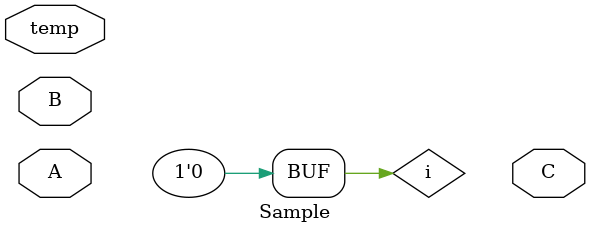
<source format=v>
module Sample(
    A,B,temp,C
    );
    input A,B,temp;
    output C;
    reg[31:0] _reg[31:0];
    wire i;
    initial begin
        for(i=0;i<=31;i++)begin
            _reg[i] <= 0;
        end
    end
endmodule
</source>
